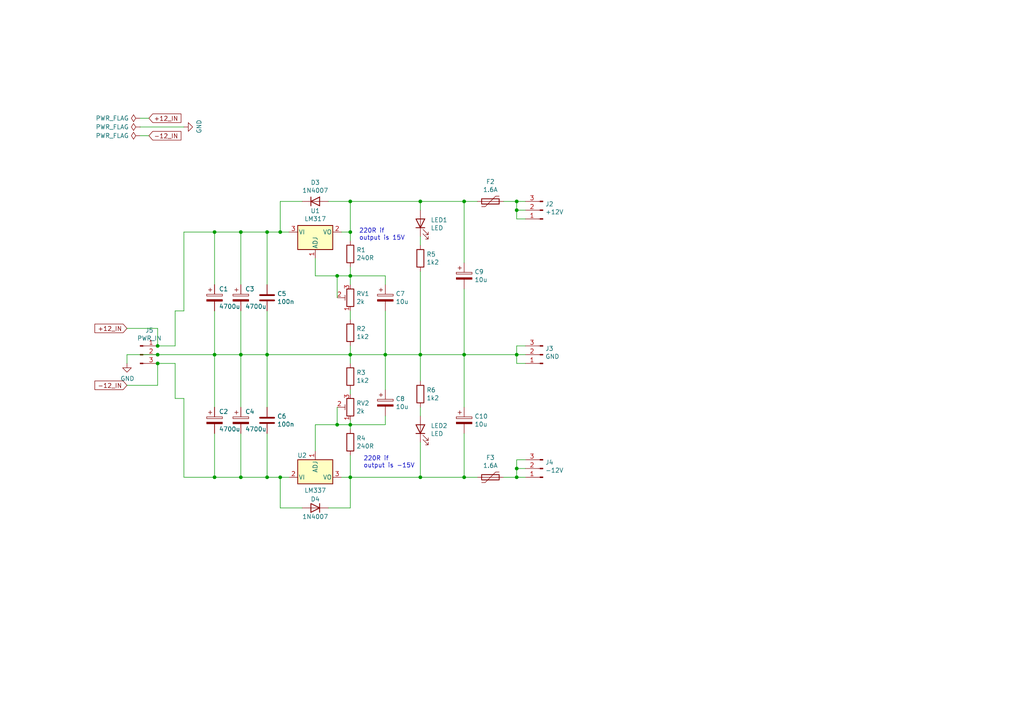
<source format=kicad_sch>
(kicad_sch (version 20211123) (generator eeschema)
  (paper "A4")
  (lib_symbols
    (symbol "Connector:Conn_01x03_Male" (pin_names (offset 1.016) hide)
      (property "Reference" "J" (at 0 5.08 0))
      (property "Value" "Conn_01x03_Male" (at 0 -5.08 0))
      (symbol "Conn_01x03_Male_1_1"
        (polyline (pts (xy 1.27 -2.54) (xy 0.8636 -2.54)) (stroke (width 0.1524)))
        (polyline (pts (xy 1.27 0) (xy 0.8636 0)) (stroke (width 0.1524)))
        (polyline (pts (xy 1.27 2.54) (xy 0.8636 2.54)) (stroke (width 0.1524)))
        (rectangle (start 0.8636 -2.413) (end 0 -2.667) (stroke (width 0.1524)) (fill (type outline)))
        (rectangle (start 0.8636 0.127) (end 0 -0.127) (stroke (width 0.1524)) (fill (type outline)))
        (rectangle (start 0.8636 2.667) (end 0 2.413) (stroke (width 0.1524)) (fill (type outline)))
        (pin passive line (at 5.08 2.54 180) (length 3.81) (name "Pin_1") (number "1"))
        (pin passive line (at 5.08 0 180) (length 3.81) (name "Pin_2") (number "2"))
        (pin passive line (at 5.08 -2.54 180) (length 3.81) (name "Pin_3") (number "3"))
      )
    )
    (symbol "Device:C" (pin_numbers hide) (pin_names (offset 0.254))
      (property "Reference" "C" (at 0.635 2.54 0))
      (property "Value" "C" (at 0.635 -2.54 0))
      (symbol "C_0_1"
        (polyline (pts (xy -2.032 -0.762) (xy 2.032 -0.762)) (stroke (width 0.508)))
        (polyline (pts (xy -2.032 0.762) (xy 2.032 0.762)) (stroke (width 0.508)))
      )
      (symbol "C_1_1"
        (pin passive line (at 0 3.81 270) (length 2.794) (name "~") (number "1"))
        (pin passive line (at 0 -3.81 90) (length 2.794) (name "~") (number "2"))
      )
    )
    (symbol "Device:C_Polarized" (pin_numbers hide) (pin_names (offset 0.254))
      (property "Reference" "C" (at 0.635 2.54 0))
      (property "Value" "C_Polarized" (at 0.635 -2.54 0))
      (symbol "C_Polarized_0_1"
        (rectangle (start -2.286 0.508) (end 2.286 1.016))
        (polyline (pts (xy -1.778 2.286) (xy -0.762 2.286)))
        (polyline (pts (xy -1.27 2.794) (xy -1.27 1.778)))
        (rectangle (start 2.286 -0.508) (end -2.286 -1.016) (fill (type outline)))
      )
      (symbol "C_Polarized_1_1"
        (pin passive line (at 0 3.81 270) (length 2.794) (name "~") (number "1"))
        (pin passive line (at 0 -3.81 90) (length 2.794) (name "~") (number "2"))
      )
    )
    (symbol "Device:LED" (pin_numbers hide) (pin_names (offset 1.016) hide)
      (property "Reference" "D" (at 0 2.54 0))
      (property "Value" "LED" (at 0 -2.54 0))
      (symbol "LED_0_1"
        (polyline (pts (xy -1.27 -1.27) (xy -1.27 1.27)) (stroke (width 0.254)))
        (polyline (pts (xy -1.27 0) (xy 1.27 0)))
        (polyline (pts (xy 1.27 -1.27) (xy 1.27 1.27) (xy -1.27 0) (xy 1.27 -1.27)) (stroke (width 0.254)))
        (polyline (pts (xy -3.048 -0.762) (xy -4.572 -2.286) (xy -3.81 -2.286) (xy -4.572 -2.286) (xy -4.572 -1.524)))
        (polyline (pts (xy -1.778 -0.762) (xy -3.302 -2.286) (xy -2.54 -2.286) (xy -3.302 -2.286) (xy -3.302 -1.524)))
      )
      (symbol "LED_1_1"
        (pin passive line (at -3.81 0 0) (length 2.54) (name "K") (number "1"))
        (pin passive line (at 3.81 0 180) (length 2.54) (name "A") (number "2"))
      )
    )
    (symbol "Device:Polyfuse" (pin_numbers hide) (pin_names (offset 0))
      (property "Reference" "F" (at -2.54 0 90))
      (property "Value" "Polyfuse" (at 2.54 0 90))
      (symbol "Polyfuse_0_1"
        (rectangle (start -0.762 2.54) (end 0.762 -2.54) (stroke (width 0.254)))
        (polyline (pts (xy 0 2.54) (xy 0 -2.54)))
        (polyline (pts (xy -1.524 2.54) (xy -1.524 1.524) (xy 1.524 -1.524) (xy 1.524 -2.54)))
      )
      (symbol "Polyfuse_1_1"
        (pin passive line (at 0 3.81 270) (length 1.27) (name "~") (number "1"))
        (pin passive line (at 0 -3.81 90) (length 1.27) (name "~") (number "2"))
      )
    )
    (symbol "Device:R" (pin_numbers hide) (pin_names (offset 0))
      (property "Reference" "R" (at 2.032 0 90))
      (property "Value" "R" (at 0 0 90))
      (symbol "R_0_1"
        (rectangle (start -1.016 -2.54) (end 1.016 2.54) (stroke (width 0.254)))
      )
      (symbol "R_1_1"
        (pin passive line (at 0 3.81 270) (length 1.27) (name "~") (number "1"))
        (pin passive line (at 0 -3.81 90) (length 1.27) (name "~") (number "2"))
      )
    )
    (symbol "Device:R_Potentiometer_Trim" (pin_names (offset 1.016) hide)
      (property "Reference" "RV" (at -4.445 0 90))
      (property "Value" "R_Potentiometer_Trim" (at -2.54 0 90))
      (symbol "R_Potentiometer_Trim_0_1"
        (polyline (pts (xy 1.524 0.762) (xy 1.524 -0.762)))
        (polyline (pts (xy 2.54 0) (xy 1.524 0)))
        (rectangle (start 1.016 2.54) (end -1.016 -2.54) (stroke (width 0.254)))
      )
      (symbol "R_Potentiometer_Trim_1_1"
        (pin passive line (at 0 3.81 270) (length 1.27) (name "1") (number "1"))
        (pin passive line (at 3.81 0 180) (length 1.27) (name "2") (number "2"))
        (pin passive line (at 0 -3.81 90) (length 1.27) (name "3") (number "3"))
      )
    )
    (symbol "Diode:1N4007" (pin_numbers hide) (pin_names (offset 1.016) hide)
      (property "Reference" "D" (at 0 2.54 0))
      (property "Value" "1N4007" (at 0 -2.54 0))
      (symbol "1N4007_0_1"
        (polyline (pts (xy -1.27 1.27) (xy -1.27 -1.27)) (stroke (width 0.254)))
        (polyline (pts (xy 1.27 0) (xy -1.27 0)))
        (polyline (pts (xy 1.27 1.27) (xy 1.27 -1.27) (xy -1.27 0) (xy 1.27 1.27)) (stroke (width 0.254)))
      )
      (symbol "1N4007_1_1"
        (pin passive line (at -3.81 0 0) (length 2.54) (name "K") (number "1"))
        (pin passive line (at 3.81 0 180) (length 2.54) (name "A") (number "2"))
      )
    )
    (symbol "Regulator_Linear:LM317_TO-220" (pin_names (offset 0.254))
      (property "Reference" "U" (at -3.81 3.175 0))
      (property "Value" "LM317_TO-220" (at 0 3.175 0))
      (symbol "LM317_TO-220_0_1"
        (rectangle (start -5.08 1.905) (end 5.08 -5.08) (stroke (width 0.254)) (fill (type background)))
      )
      (symbol "LM317_TO-220_1_1"
        (pin input line (at 0 -7.62 90) (length 2.54) (name "ADJ") (number "1"))
        (pin power_out line (at 7.62 0 180) (length 2.54) (name "VO") (number "2"))
        (pin power_in line (at -7.62 0 0) (length 2.54) (name "VI") (number "3"))
      )
    )
    (symbol "Regulator_Linear:LM337_TO220" (pin_names (offset 0.254))
      (property "Reference" "U" (at -3.81 -3.175 0))
      (property "Value" "LM337_TO220" (at 0 -3.175 0))
      (symbol "LM337_TO220_0_1"
        (rectangle (start -5.08 5.08) (end 5.08 -1.905) (stroke (width 0.254)) (fill (type background)))
      )
      (symbol "LM337_TO220_1_1"
        (pin input line (at 0 7.62 270) (length 2.54) (name "ADJ") (number "1"))
        (pin power_in line (at -7.62 0 0) (length 2.54) (name "VI") (number "2"))
        (pin power_out line (at 7.62 0 180) (length 2.54) (name "VO") (number "3"))
      )
    )
    (symbol "power:GND" (power) (pin_names (offset 0))
      (property "Value" "GND" (at 0 -3.81 0))
      (symbol "GND_0_1"
        (polyline (pts (xy 0 0) (xy 0 -1.27) (xy 1.27 -1.27) (xy 0 -2.54) (xy -1.27 -1.27) (xy 0 -1.27)))
      )
      (symbol "GND_1_1"
        (pin power_in line (at 0 0 270) (length 0) hide (name "GND") (number "1"))
      )
    )
    (symbol "power:PWR_FLAG" (power) (pin_numbers hide) (pin_names (offset 0) hide)
      (property "Value" "PWR_FLAG" (at 0 3.81 0))
      (symbol "PWR_FLAG_0_0"
        (pin power_out line (at 0 0 90) (length 0) (name "pwr") (number "1"))
      )
      (symbol "PWR_FLAG_0_1"
        (polyline (pts (xy 0 0) (xy 0 1.27) (xy -1.016 1.905) (xy 0 2.54) (xy 1.016 1.905) (xy 0 1.27)))
      )
    )
  )
  (junction (at 121.92 102.87))
  (junction (at 77.47 102.87))
  (junction (at 62.23 67.31))
  (junction (at 77.47 67.31))
  (junction (at 101.6 102.87))
  (junction (at 81.28 67.31))
  (junction (at 45.72 100.33))
  (junction (at 149.86 135.89))
  (junction (at 69.85 138.43))
  (junction (at 134.62 138.43))
  (junction (at 101.6 58.42))
  (junction (at 101.6 80.01))
  (junction (at 101.6 67.31))
  (junction (at 69.85 67.31))
  (junction (at 121.92 58.42))
  (junction (at 149.86 138.43))
  (junction (at 77.47 138.43))
  (junction (at 111.76 102.87))
  (junction (at 62.23 138.43))
  (junction (at 62.23 102.87))
  (junction (at 101.6 123.19))
  (junction (at 81.28 138.43))
  (junction (at 149.86 58.42))
  (junction (at 97.79 123.19))
  (junction (at 97.79 80.01))
  (junction (at 149.86 102.87))
  (junction (at 45.72 105.41))
  (junction (at 134.62 58.42))
  (junction (at 69.85 102.87))
  (junction (at 149.86 60.96))
  (junction (at 45.72 102.87))
  (junction (at 121.92 138.43))
  (junction (at 101.6 138.43))
  (junction (at 134.62 102.87))
  (wire (pts (xy 101.6 69.85) (xy 101.6 67.31)))
  (wire (pts (xy 134.62 83.82) (xy 134.62 102.87)))
  (wire (pts (xy 36.83 111.76) (xy 45.72 111.76)))
  (wire (pts (xy 149.86 60.96) (xy 149.86 63.5)))
  (wire (pts (xy 121.92 102.87) (xy 121.92 110.49)))
  (wire (pts (xy 152.4 58.42) (xy 149.86 58.42)))
  (wire (pts (xy 111.76 80.01) (xy 111.76 82.55)))
  (wire (pts (xy 87.63 58.42) (xy 81.28 58.42)))
  (wire (pts (xy 146.05 138.43) (xy 149.86 138.43)))
  (wire (pts (xy 91.44 123.19) (xy 97.79 123.19)))
  (wire (pts (xy 77.47 102.87) (xy 101.6 102.87)))
  (wire (pts (xy 97.79 86.36) (xy 97.79 80.01)))
  (wire (pts (xy 77.47 67.31) (xy 77.47 82.55)))
  (wire (pts (xy 77.47 118.11) (xy 77.47 102.87)))
  (wire (pts (xy 152.4 60.96) (xy 149.86 60.96)))
  (wire (pts (xy 134.62 138.43) (xy 138.43 138.43)))
  (wire (pts (xy 101.6 80.01) (xy 111.76 80.01)))
  (wire (pts (xy 152.4 135.89) (xy 149.86 135.89)))
  (wire (pts (xy 69.85 118.11) (xy 69.85 102.87)))
  (wire (pts (xy 152.4 105.41) (xy 149.86 105.41)))
  (wire (pts (xy 101.6 124.46) (xy 101.6 123.19)))
  (wire (pts (xy 45.72 105.41) (xy 45.72 111.76)))
  (wire (pts (xy 149.86 102.87) (xy 152.4 102.87)))
  (wire (pts (xy 134.62 138.43) (xy 121.92 138.43)))
  (wire (pts (xy 50.8 115.57) (xy 50.8 105.41)))
  (wire (pts (xy 45.72 102.87) (xy 62.23 102.87)))
  (wire (pts (xy 69.85 102.87) (xy 77.47 102.87)))
  (wire (pts (xy 97.79 80.01) (xy 101.6 80.01)))
  (wire (pts (xy 81.28 147.32) (xy 81.28 138.43)))
  (wire (pts (xy 81.28 67.31) (xy 83.82 67.31)))
  (wire (pts (xy 121.92 118.11) (xy 121.92 120.65)))
  (wire (pts (xy 91.44 80.01) (xy 97.79 80.01)))
  (wire (pts (xy 77.47 138.43) (xy 77.47 125.73)))
  (wire (pts (xy 101.6 138.43) (xy 121.92 138.43)))
  (wire (pts (xy 62.23 67.31) (xy 69.85 67.31)))
  (wire (pts (xy 62.23 118.11) (xy 62.23 102.87)))
  (wire (pts (xy 62.23 102.87) (xy 69.85 102.87)))
  (wire (pts (xy 111.76 102.87) (xy 111.76 90.17)))
  (wire (pts (xy 53.34 67.31) (xy 62.23 67.31)))
  (wire (pts (xy 101.6 113.03) (xy 101.6 114.3)))
  (wire (pts (xy 81.28 58.42) (xy 81.28 67.31)))
  (wire (pts (xy 87.63 147.32) (xy 81.28 147.32)))
  (wire (pts (xy 40.64 36.83) (xy 53.34 36.83)))
  (wire (pts (xy 50.8 90.17) (xy 50.8 100.33)))
  (wire (pts (xy 53.34 138.43) (xy 62.23 138.43)))
  (wire (pts (xy 36.83 105.41) (xy 36.83 102.87)))
  (wire (pts (xy 101.6 82.55) (xy 101.6 80.01)))
  (wire (pts (xy 134.62 58.42) (xy 134.62 76.2)))
  (wire (pts (xy 69.85 67.31) (xy 77.47 67.31)))
  (wire (pts (xy 101.6 58.42) (xy 121.92 58.42)))
  (wire (pts (xy 95.25 58.42) (xy 101.6 58.42)))
  (wire (pts (xy 45.72 100.33) (xy 50.8 100.33)))
  (wire (pts (xy 101.6 132.08) (xy 101.6 138.43)))
  (wire (pts (xy 101.6 90.17) (xy 101.6 92.71)))
  (wire (pts (xy 62.23 82.55) (xy 62.23 67.31)))
  (wire (pts (xy 134.62 102.87) (xy 121.92 102.87)))
  (wire (pts (xy 69.85 125.73) (xy 69.85 138.43)))
  (wire (pts (xy 40.64 34.29) (xy 43.18 34.29)))
  (wire (pts (xy 99.06 138.43) (xy 101.6 138.43)))
  (wire (pts (xy 152.4 63.5) (xy 149.86 63.5)))
  (wire (pts (xy 149.86 58.42) (xy 146.05 58.42)))
  (wire (pts (xy 81.28 138.43) (xy 77.47 138.43)))
  (wire (pts (xy 77.47 90.17) (xy 77.47 102.87)))
  (wire (pts (xy 40.64 39.37) (xy 43.18 39.37)))
  (wire (pts (xy 121.92 58.42) (xy 121.92 60.96)))
  (wire (pts (xy 36.83 102.87) (xy 45.72 102.87)))
  (wire (pts (xy 91.44 130.81) (xy 91.44 123.19)))
  (wire (pts (xy 149.86 133.35) (xy 149.86 135.89)))
  (wire (pts (xy 152.4 133.35) (xy 149.86 133.35)))
  (wire (pts (xy 97.79 123.19) (xy 101.6 123.19)))
  (wire (pts (xy 134.62 125.73) (xy 134.62 138.43)))
  (wire (pts (xy 83.82 138.43) (xy 81.28 138.43)))
  (wire (pts (xy 91.44 74.93) (xy 91.44 80.01)))
  (wire (pts (xy 62.23 125.73) (xy 62.23 138.43)))
  (wire (pts (xy 50.8 115.57) (xy 53.34 115.57)))
  (wire (pts (xy 53.34 115.57) (xy 53.34 138.43)))
  (wire (pts (xy 134.62 118.11) (xy 134.62 102.87)))
  (wire (pts (xy 45.72 95.25) (xy 36.83 95.25)))
  (wire (pts (xy 152.4 100.33) (xy 149.86 100.33)))
  (wire (pts (xy 77.47 67.31) (xy 81.28 67.31)))
  (wire (pts (xy 69.85 90.17) (xy 69.85 102.87)))
  (wire (pts (xy 149.86 58.42) (xy 149.86 60.96)))
  (wire (pts (xy 45.72 105.41) (xy 50.8 105.41)))
  (wire (pts (xy 53.34 90.17) (xy 53.34 67.31)))
  (wire (pts (xy 111.76 120.65) (xy 111.76 123.19)))
  (wire (pts (xy 149.86 135.89) (xy 149.86 138.43)))
  (wire (pts (xy 101.6 147.32) (xy 101.6 138.43)))
  (wire (pts (xy 149.86 138.43) (xy 152.4 138.43)))
  (wire (pts (xy 62.23 138.43) (xy 69.85 138.43)))
  (wire (pts (xy 101.6 121.92) (xy 101.6 123.19)))
  (wire (pts (xy 101.6 80.01) (xy 101.6 77.47)))
  (wire (pts (xy 101.6 102.87) (xy 111.76 102.87)))
  (wire (pts (xy 149.86 100.33) (xy 149.86 102.87)))
  (wire (pts (xy 69.85 138.43) (xy 77.47 138.43)))
  (wire (pts (xy 121.92 78.74) (xy 121.92 102.87)))
  (wire (pts (xy 134.62 58.42) (xy 138.43 58.42)))
  (wire (pts (xy 101.6 105.41) (xy 101.6 102.87)))
  (wire (pts (xy 95.25 147.32) (xy 101.6 147.32)))
  (wire (pts (xy 149.86 105.41) (xy 149.86 102.87)))
  (wire (pts (xy 121.92 138.43) (xy 121.92 128.27)))
  (wire (pts (xy 134.62 102.87) (xy 149.86 102.87)))
  (wire (pts (xy 101.6 123.19) (xy 111.76 123.19)))
  (wire (pts (xy 101.6 58.42) (xy 101.6 67.31)))
  (wire (pts (xy 101.6 100.33) (xy 101.6 102.87)))
  (wire (pts (xy 121.92 102.87) (xy 111.76 102.87)))
  (wire (pts (xy 101.6 67.31) (xy 99.06 67.31)))
  (wire (pts (xy 121.92 58.42) (xy 134.62 58.42)))
  (wire (pts (xy 121.92 68.58) (xy 121.92 71.12)))
  (wire (pts (xy 111.76 113.03) (xy 111.76 102.87)))
  (wire (pts (xy 97.79 118.11) (xy 97.79 123.19)))
  (wire (pts (xy 69.85 82.55) (xy 69.85 67.31)))
  (wire (pts (xy 45.72 95.25) (xy 45.72 100.33)))
  (wire (pts (xy 62.23 90.17) (xy 62.23 102.87)))
  (wire (pts (xy 50.8 90.17) (xy 53.34 90.17)))
  (text "220R if \noutput is -15V" (at 105.41 135.89 0) (effects (font (size 1.27 1.27)) (justify left bottom)))
  (text "220R if \noutput is 15V" (at 104.14 69.85 0) (effects (font (size 1.27 1.27)) (justify left bottom)))
  (global_label "-12_IN" (shape input) (at 43.18 39.37 0) (property "Intersheet References" "${INTERSHEET_REFS}" (effects hide)))
  (global_label "-12_IN" (shape input) (at 36.83 111.76 180) (property "Intersheet References" "${INTERSHEET_REFS}" (effects hide)))
  (global_label "+12_IN" (shape input) (at 36.83 95.25 180) (property "Intersheet References" "${INTERSHEET_REFS}" (effects hide)))
  (global_label "+12_IN" (shape input) (at 43.18 34.29 0) (property "Intersheet References" "${INTERSHEET_REFS}" (effects hide)))
  (symbol (lib_id "Device:C_Polarized") (at 69.85 86.36 0) (unit 1)
    (property "Reference" "C3" (at 71.12 83.82 0) (effects (justify left)))
    (property "Value" "4700u" (at 71.12 88.9 0) (effects (justify left)))
    (property "Footprint" "Capacitor_THT:CP_Radial_D17.0mm_P7.50mm" (effects hide))
  )
  (symbol (lib_id "Device:Polyfuse") (at 142.24 58.42 270) (unit 1)
    (property "Reference" "F2" (at 142.24 52.705 90))
    (property "Value" "1.6A" (at 142.24 55.0164 90))
    (property "Footprint" "Capacitor_THT:C_Disc_D6.0mm_W2.5mm_P5.00mm" (effects hide))
  )
  (symbol (lib_id "Device:C_Polarized") (at 69.85 121.92 0) (unit 1)
    (property "Reference" "C4" (at 71.12 119.38 0) (effects (justify left)))
    (property "Value" "4700u" (at 71.12 124.46 0) (effects (justify left)))
    (property "Footprint" "Capacitor_THT:CP_Radial_D17.0mm_P7.50mm" (effects hide))
  )
  (symbol (lib_id "Device:C_Polarized") (at 111.76 86.36 0) (unit 1)
    (property "Reference" "C7" (at 114.7572 85.1916 0) (effects (justify left)))
    (property "Value" "10u" (at 114.7572 87.503 0) (effects (justify left)))
    (property "Footprint" "Capacitor_THT:CP_Radial_D6.3mm_P2.50mm" (effects hide))
  )
  (symbol (lib_id "Device:C_Polarized") (at 134.62 80.01 0) (unit 1)
    (property "Reference" "C9" (at 137.6172 78.8416 0) (effects (justify left)))
    (property "Value" "10u" (at 137.6172 81.153 0) (effects (justify left)))
    (property "Footprint" "Capacitor_THT:CP_Radial_D6.3mm_P2.50mm" (effects hide))
  )
  (symbol (lib_id "power:GND") (at 36.83 105.41 0) (unit 1)
    (property "Reference" "#PWR03" (effects hide))
    (property "Value" "GND" (at 36.957 109.8042 0))
  )
  (symbol (lib_id "Device:C_Polarized") (at 111.76 116.84 0) (unit 1)
    (property "Reference" "C8" (at 114.7572 115.6716 0) (effects (justify left)))
    (property "Value" "10u" (at 114.7572 117.983 0) (effects (justify left)))
    (property "Footprint" "Capacitor_THT:CP_Radial_D6.3mm_P2.50mm" (effects hide))
  )
  (symbol (lib_id "Device:C_Polarized") (at 62.23 86.36 0) (unit 1)
    (property "Reference" "C1" (at 63.5 83.82 0) (effects (justify left)))
    (property "Value" "4700u" (at 63.5 88.9 0) (effects (justify left)))
    (property "Footprint" "Capacitor_THT:CP_Radial_D17.0mm_P7.50mm" (effects hide))
  )
  (symbol (lib_id "Device:C_Polarized") (at 62.23 121.92 0) (unit 1)
    (property "Reference" "C2" (at 63.5 119.38 0) (effects (justify left)))
    (property "Value" "4700u" (at 63.5 124.46 0) (effects (justify left)))
    (property "Footprint" "Capacitor_THT:CP_Radial_D17.0mm_P7.50mm" (effects hide))
  )
  (symbol (lib_id "power:PWR_FLAG") (at 40.64 34.29 90) (unit 1)
    (property "Reference" "#FLG0101" (effects hide))
    (property "Value" "PWR_FLAG" (at 37.3888 34.29 90) (effects (justify left)))
  )
  (symbol (lib_id "power:PWR_FLAG") (at 40.64 36.83 90) (unit 1)
    (property "Reference" "#FLG0102" (effects hide))
    (property "Value" "PWR_FLAG" (at 37.3888 36.83 90) (effects (justify left)))
  )
  (symbol (lib_id "power:PWR_FLAG") (at 40.64 39.37 90) (unit 1)
    (property "Reference" "#FLG0103" (effects hide))
    (property "Value" "PWR_FLAG" (at 37.3888 39.37 90) (effects (justify left)))
  )
  (symbol (lib_id "power:GND") (at 53.34 36.83 90) (unit 1)
    (property "Reference" "#PWR0101" (effects hide))
    (property "Value" "GND" (at 57.7342 36.703 0))
  )
  (symbol (lib_id "Regulator_Linear:LM317_TO-220") (at 91.44 67.31 0) (unit 1)
    (property "Reference" "U1" (at 91.44 61.1632 0))
    (property "Value" "LM317" (at 91.44 63.4746 0))
    (property "Footprint" "Package_TO_SOT_THT:TO-220-3_Vertical" (effects hide))
    (property "Datasheet" "http://www.ti.com/lit/ds/symlink/lm317.pdf" (effects hide))
  )
  (symbol (lib_id "Regulator_Linear:LM337_TO220") (at 91.44 138.43 0) (unit 1)
    (property "Reference" "U2" (at 87.63 132.08 0))
    (property "Value" "LM337" (at 91.44 142.24 0))
    (property "Footprint" "KraakenStuff:TO-220-3" (effects hide))
    (property "Datasheet" "http://www.ti.com/lit/ds/symlink/lm337-n.pdf" (effects hide))
  )
  (symbol (lib_id "Device:C_Polarized") (at 134.62 121.92 0) (unit 1)
    (property "Reference" "C10" (at 137.6172 120.7516 0) (effects (justify left)))
    (property "Value" "10u" (at 137.6172 123.063 0) (effects (justify left)))
    (property "Footprint" "Capacitor_THT:CP_Radial_D6.3mm_P2.50mm" (effects hide))
  )
  (symbol (lib_id "Device:Polyfuse") (at 142.24 138.43 270) (unit 1)
    (property "Reference" "F3" (at 142.24 132.715 90))
    (property "Value" "1.6A" (at 142.24 135.0264 90))
    (property "Footprint" "Capacitor_THT:C_Disc_D6.0mm_W2.5mm_P5.00mm" (effects hide))
  )
  (symbol (lib_id "Device:C") (at 77.47 86.36 0) (unit 1)
    (property "Reference" "C5" (at 80.391 85.1916 0) (effects (justify left)))
    (property "Value" "100n" (at 80.391 87.503 0) (effects (justify left)))
    (property "Footprint" "Capacitor_THT:C_Rect_L10.0mm_W2.5mm_P7.50mm_MKS4" (effects hide))
  )
  (symbol (lib_id "Device:C") (at 77.47 121.92 0) (unit 1)
    (property "Reference" "C6" (at 80.391 120.7516 0) (effects (justify left)))
    (property "Value" "100n" (at 80.391 123.063 0) (effects (justify left)))
    (property "Footprint" "Capacitor_THT:C_Rect_L10.0mm_W2.5mm_P7.50mm_MKS4" (effects hide))
  )
  (symbol (lib_id "Diode:1N4007") (at 91.44 58.42 0) (unit 1)
    (property "Reference" "D3" (at 91.44 52.9336 0))
    (property "Value" "1N4007" (at 91.44 55.245 0))
    (property "Footprint" "Diode_THT:D_DO-15_P12.70mm_Horizontal" (effects hide))
    (property "Datasheet" "http://www.vishay.com/docs/88503/1n4001.pdf" (effects hide))
  )
  (symbol (lib_id "Diode:1N4007") (at 91.44 147.32 180) (unit 1)
    (property "Reference" "D4" (at 91.44 144.78 0))
    (property "Value" "1N4007" (at 91.44 149.86 0))
    (property "Footprint" "Diode_THT:D_DO-15_P12.70mm_Horizontal" (effects hide))
    (property "Datasheet" "http://www.vishay.com/docs/88503/1n4001.pdf" (effects hide))
  )
  (symbol (lib_id "Device:R") (at 101.6 128.27 0) (unit 1)
    (property "Reference" "R4" (at 103.378 127.1016 0) (effects (justify left)))
    (property "Value" "240R" (at 103.378 129.413 0) (effects (justify left)))
    (property "Footprint" "Resistor_THT:R_Axial_DIN0414_L11.9mm_D4.5mm_P15.24mm_Horizontal" (effects hide))
  )
  (symbol (lib_id "Device:R") (at 101.6 73.66 0) (unit 1)
    (property "Reference" "R1" (at 103.378 72.4916 0) (effects (justify left)))
    (property "Value" "240R" (at 103.378 74.803 0) (effects (justify left)))
    (property "Footprint" "Resistor_THT:R_Axial_DIN0414_L11.9mm_D4.5mm_P15.24mm_Horizontal" (effects hide))
  )
  (symbol (lib_id "Device:R") (at 101.6 96.52 0) (unit 1)
    (property "Reference" "R2" (at 103.378 95.3516 0) (effects (justify left)))
    (property "Value" "1k2" (at 103.378 97.663 0) (effects (justify left)))
    (property "Footprint" "Resistor_THT:R_Axial_DIN0414_L11.9mm_D4.5mm_P15.24mm_Horizontal" (effects hide))
  )
  (symbol (lib_id "Device:R") (at 101.6 109.22 0) (unit 1)
    (property "Reference" "R3" (at 103.378 108.0516 0) (effects (justify left)))
    (property "Value" "1k2" (at 103.378 110.363 0) (effects (justify left)))
    (property "Footprint" "Resistor_THT:R_Axial_DIN0414_L11.9mm_D4.5mm_P15.24mm_Horizontal" (effects hide))
  )
  (symbol (lib_id "Device:R") (at 121.92 114.3 0) (unit 1)
    (property "Reference" "R6" (at 123.698 113.1316 0) (effects (justify left)))
    (property "Value" "1k2" (at 123.698 115.443 0) (effects (justify left)))
    (property "Footprint" "Resistor_THT:R_Axial_DIN0207_L6.3mm_D2.5mm_P7.62mm_Horizontal" (effects hide))
  )
  (symbol (lib_id "Device:R") (at 121.92 74.93 0) (unit 1)
    (property "Reference" "R5" (at 123.698 73.7616 0) (effects (justify left)))
    (property "Value" "1k2" (at 123.698 76.073 0) (effects (justify left)))
    (property "Footprint" "Resistor_THT:R_Axial_DIN0207_L6.3mm_D2.5mm_P7.62mm_Horizontal" (effects hide))
  )
  (symbol (lib_id "Device:R_Potentiometer_Trim") (at 101.6 86.36 180) (unit 1)
    (property "Reference" "RV1" (at 103.3526 85.1916 0) (effects (justify right)))
    (property "Value" "2k" (at 103.3526 87.503 0) (effects (justify right)))
    (property "Footprint" "Potentiometer_THT:Potentiometer_Bourns_3296W_Vertical" (effects hide))
  )
  (symbol (lib_id "Device:LED") (at 121.92 64.77 90) (unit 1)
    (property "Reference" "LED1" (at 124.9172 63.8048 90) (effects (justify right)))
    (property "Value" "LED" (at 124.9172 66.1162 90) (effects (justify right)))
    (property "Footprint" "LED_THT:LED_D5.0mm" (effects hide))
  )
  (symbol (lib_id "Device:LED") (at 121.92 124.46 90) (unit 1)
    (property "Reference" "LED2" (at 124.9172 123.4948 90) (effects (justify right)))
    (property "Value" "LED" (at 124.9172 125.8062 90) (effects (justify right)))
    (property "Footprint" "LED_THT:LED_D5.0mm" (effects hide))
  )
  (symbol (lib_id "Device:R_Potentiometer_Trim") (at 101.6 118.11 180) (unit 1)
    (property "Reference" "RV2" (at 103.3526 116.9416 0) (effects (justify right)))
    (property "Value" "2k" (at 103.3526 119.253 0) (effects (justify right)))
    (property "Footprint" "Potentiometer_THT:Potentiometer_Bourns_3296W_Vertical" (effects hide))
  )
  (symbol (lib_id "Connector:Conn_01x03_Male") (at 40.64 102.87 0) (unit 1)
    (property "Reference" "J5" (at 43.3324 95.8088 0))
    (property "Value" "PWR_IN" (at 43.3324 98.1202 0))
    (property "Footprint" "KraakenStuff:Klema x3" (effects hide))
  )
  (symbol (lib_id "Connector:Conn_01x03_Male") (at 157.48 60.96 180) (unit 1)
    (property "Reference" "J2" (at 158.1658 59.182 0) (effects (justify right)))
    (property "Value" "+12V" (at 158.1658 61.4934 0) (effects (justify right)))
    (property "Footprint" "KraakenStuff:Klema x3" (effects hide))
  )
  (symbol (lib_id "Connector:Conn_01x03_Male") (at 157.48 102.87 180) (unit 1)
    (property "Reference" "J3" (at 158.1658 101.092 0) (effects (justify right)))
    (property "Value" "GND" (at 158.1658 103.4034 0) (effects (justify right)))
    (property "Footprint" "KraakenStuff:Klema x3" (effects hide))
  )
  (symbol (lib_id "Connector:Conn_01x03_Male") (at 157.48 135.89 180) (unit 1)
    (property "Reference" "J4" (at 158.1658 134.112 0) (effects (justify right)))
    (property "Value" "-12V" (at 158.1658 136.4234 0) (effects (justify right)))
    (property "Footprint" "KraakenStuff:Klema x3" (effects hide))
  )
)
</source>
